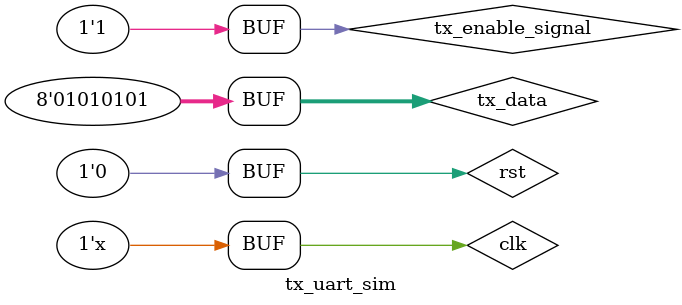
<source format=v>
`timescale 1ns / 1ps

`timescale 100ps/1ps
module tx_uart_sim(

    );

reg clk, rst, tx_enable_signal;
wire tx_done_signal;
wire tx_out;
reg [7:0] tx_data;

initial
	begin
		clk <= 1'b0;
		rst <= 1'b1;
		tx_enable_signal <= 1'b0;
		tx_data <=8'b01010101;
	end

always
    begin
      #25
      clk <= ~clk;  
    end
always
	begin
		#100
		rst <= 1'b0;
		tx_enable_signal <= 1'b1;
	end

tx_uart tx_uart_inst(
	.clk(clk),
	.rst(rst),
	.tx_enable_signal(tx_enable_signal),
	.tx_done_signal(tx_done_signal),
	.tx_data(tx_data),
	.tx_out(tx_out)
	);
endmodule

</source>
